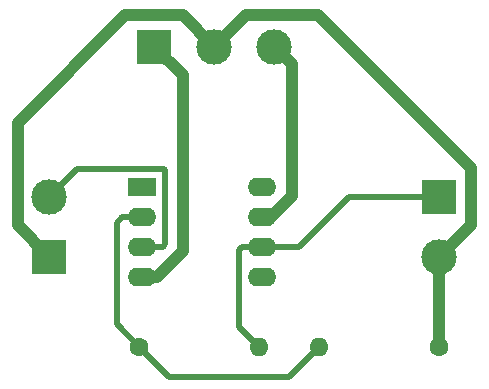
<source format=gbr>
G04 #@! TF.GenerationSoftware,KiCad,Pcbnew,(5.1.6)-1*
G04 #@! TF.CreationDate,2020-07-25T12:53:59+02:00*
G04 #@! TF.ProjectId,kiCad,6b694361-642e-46b6-9963-61645f706362,rev?*
G04 #@! TF.SameCoordinates,Original*
G04 #@! TF.FileFunction,Copper,L1,Top*
G04 #@! TF.FilePolarity,Positive*
%FSLAX46Y46*%
G04 Gerber Fmt 4.6, Leading zero omitted, Abs format (unit mm)*
G04 Created by KiCad (PCBNEW (5.1.6)-1) date 2020-07-25 12:53:59*
%MOMM*%
%LPD*%
G01*
G04 APERTURE LIST*
G04 #@! TA.AperFunction,ComponentPad*
%ADD10R,3.000000X3.000000*%
G04 #@! TD*
G04 #@! TA.AperFunction,ComponentPad*
%ADD11C,3.000000*%
G04 #@! TD*
G04 #@! TA.AperFunction,ComponentPad*
%ADD12O,1.600000X1.600000*%
G04 #@! TD*
G04 #@! TA.AperFunction,ComponentPad*
%ADD13C,1.600000*%
G04 #@! TD*
G04 #@! TA.AperFunction,ComponentPad*
%ADD14R,2.400000X1.600000*%
G04 #@! TD*
G04 #@! TA.AperFunction,ComponentPad*
%ADD15O,2.400000X1.600000*%
G04 #@! TD*
G04 #@! TA.AperFunction,Conductor*
%ADD16C,1.000000*%
G04 #@! TD*
G04 #@! TA.AperFunction,Conductor*
%ADD17C,0.500000*%
G04 #@! TD*
G04 APERTURE END LIST*
D10*
X83820000Y-62230000D03*
D11*
X88900000Y-62230000D03*
X93980000Y-62230000D03*
X74930000Y-74930000D03*
D10*
X74930000Y-80010000D03*
X107950000Y-74930000D03*
D11*
X107950000Y-80010000D03*
D12*
X97790000Y-87630000D03*
D13*
X107950000Y-87630000D03*
X82550000Y-87630000D03*
D12*
X92710000Y-87630000D03*
D14*
X82805001Y-74125001D03*
D15*
X92965001Y-81745001D03*
X82805001Y-76665001D03*
X92965001Y-79205001D03*
X82805001Y-79205001D03*
X92965001Y-76665001D03*
X82805001Y-81745001D03*
X92965001Y-74125001D03*
D16*
X84015624Y-81745001D02*
X82805001Y-81745001D01*
X86205021Y-79555604D02*
X84015624Y-81745001D01*
X86205021Y-64615021D02*
X86205021Y-79555604D01*
X83820000Y-62230000D02*
X86205021Y-64615021D01*
X110650001Y-77309999D02*
X107950000Y-80010000D01*
X110650001Y-72469999D02*
X110650001Y-77309999D01*
X97710001Y-59529999D02*
X110650001Y-72469999D01*
X91600001Y-59529999D02*
X97710001Y-59529999D01*
X88900000Y-62230000D02*
X91600001Y-59529999D01*
X107950000Y-80010000D02*
X107950000Y-87630000D01*
X72229999Y-77309999D02*
X74930000Y-80010000D01*
X72229999Y-68659999D02*
X72229999Y-77309999D01*
X81359999Y-59529999D02*
X72229999Y-68659999D01*
X86199999Y-59529999D02*
X81359999Y-59529999D01*
X88900000Y-62230000D02*
X86199999Y-59529999D01*
X93653442Y-76665001D02*
X92965001Y-76665001D01*
X95479999Y-63729999D02*
X95479999Y-74838444D01*
X95479999Y-74838444D02*
X93653442Y-76665001D01*
X93980000Y-62230000D02*
X95479999Y-63729999D01*
D17*
X84505001Y-79205001D02*
X82805001Y-79205001D01*
X84755011Y-78954991D02*
X84505001Y-79205001D01*
X84755011Y-72725009D02*
X84755011Y-78954991D01*
X84605002Y-72575000D02*
X84755011Y-72725009D01*
X77285000Y-72575000D02*
X84605002Y-72575000D01*
X74930000Y-74930000D02*
X77285000Y-72575000D01*
X92965001Y-79205001D02*
X96054999Y-79205001D01*
X100330000Y-74930000D02*
X107950000Y-74930000D01*
X96054999Y-79205001D02*
X100330000Y-74930000D01*
X91265001Y-79205001D02*
X92965001Y-79205001D01*
X91014991Y-79455011D02*
X91265001Y-79205001D01*
X91014991Y-85934991D02*
X91014991Y-79455011D01*
X92710000Y-87630000D02*
X91014991Y-85934991D01*
X97790000Y-87630000D02*
X95250000Y-90170000D01*
X85090000Y-90170000D02*
X82550000Y-87630000D01*
X95250000Y-90170000D02*
X85090000Y-90170000D01*
X81105001Y-76665001D02*
X82805001Y-76665001D01*
X80654991Y-85734991D02*
X80654991Y-77115011D01*
X80654991Y-77115011D02*
X81105001Y-76665001D01*
X82550000Y-87630000D02*
X80654991Y-85734991D01*
M02*

</source>
